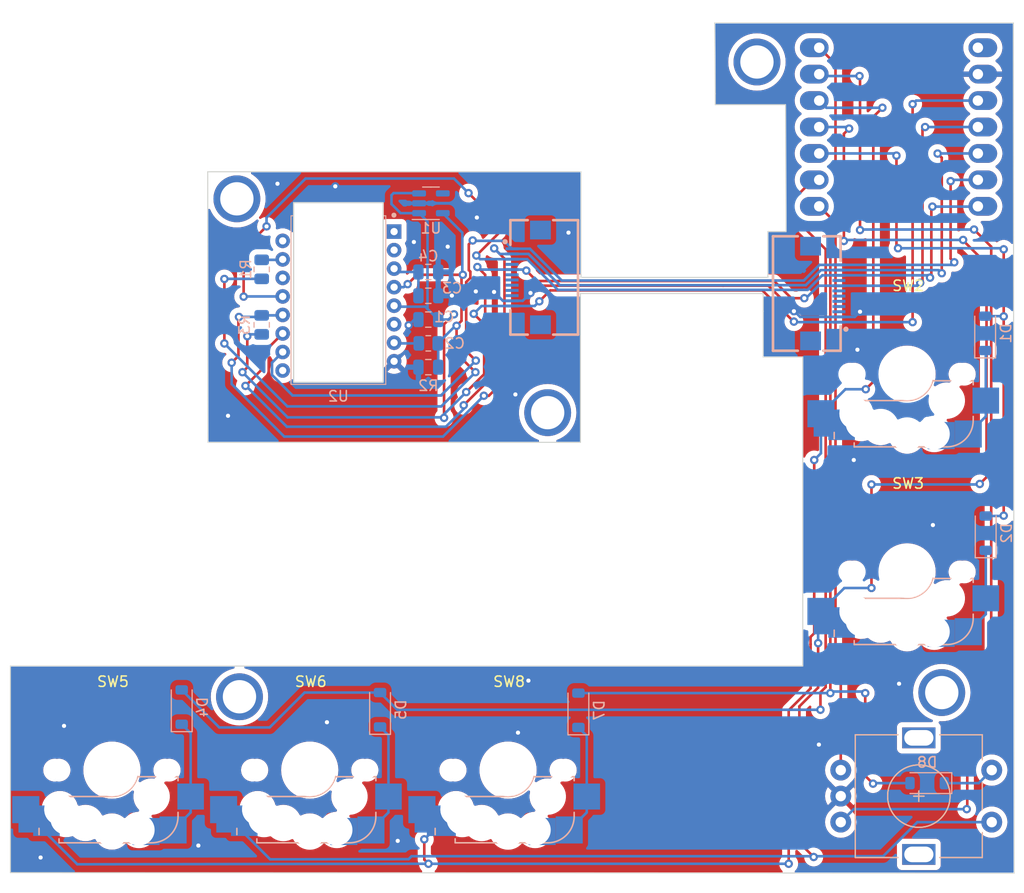
<source format=kicad_pcb>
(kicad_pcb (version 20221018) (generator pcbnew)
  (layers (0 "F.Cu" signal) (31 "B.Cu" signal) (34 "B.Paste" user) (35 "F.Paste" user) (36 "B.SilkS" user "B.Silkscreen") (37 "F.SilkS" user "F.Silkscreen") (38 "B.Mask" user) (39 "F.Mask" user) (44 "Edge.Cuts" user))
  (net 0 "")
  (net 1 "VCC")
  (net 2 "GND")
  (net 3 "VDD")
  (net 4 "Net-(U2-VDDPIX)")
  (net 5 "Net-(D1-K)")
  (net 6 "col0")
  (net 7 "Net-(D2-K)")
  (net 8 "Net-(D4-K)")
  (net 9 "col1")
  (net 10 "MOSI")
  (net 11 "NCS")
  (net 12 "MISO")
  (net 13 "SCLK")
  (net 14 "Net-(D5-K)")
  (net 15 "Net-(D7-K)")
  (net 16 "col2")
  (net 17 "Net-(D8-K)")
  (net 18 "ENC_L")
  (net 19 "ENC_R")
  (net 23 "row_1")
  (net 24 "row_0")
  (net 26 "Net-(U2-LED_P)")
  (net 27 "Net-(U2-~{NRESET})")
  (footprint "" (layer "F.Cu") (at 129.3 52.3)
    (fp_text reference "")
    (fp_text value "")
  )
  (footprint "Alaa:gateron-ks27-choc-v1-mx-hotswap" (layer "F.Cu") (at 193.67 69.15)
    (fp_text reference "SW2")
    (fp_text value "SW_Push")
  )
  (footprint "Alaa:RotaryEncoder_Alps_EC11E-Switch_Vertical_H20mm-keebio_modified" (layer "F.Cu") (at 194.8 109.7)
    (fp_text reference "SW1" hide)
    (fp_text value "Rotary_Encoder_Switch")
  )
  (footprint "Alaa:gateron-ks27-choc-v1-mx-hotswap" (layer "F.Cu") (at 136.3 107.2)
    (fp_text reference "SW6")
    (fp_text value "SW_Push")
  )
  (footprint "Alaa:gateron-ks27-choc-v1-mx-hotswap" (layer "F.Cu") (at 155.345 107.2)
    (fp_text reference "SW8")
    (fp_text value "SW_Push")
  )
  (footprint "Alaa:gateron-ks27-choc-v1-mx-hotswap" (layer "F.Cu") (at 117.3 107.2)
    (fp_text reference "SW5")
    (fp_text value "SW_Push")
  )
  (footprint "" (layer "F.Cu") (at 159.15 72.85)
    (fp_text reference "")
    (fp_text value "")
  )
  (footprint "" (layer "F.Cu") (at 110.55 100.15)
    (fp_text reference "")
    (fp_text value "")
  )
  (footprint "" (layer "F.Cu") (at 179.25 39.15)
    (fp_text reference "")
    (fp_text value "")
  )
  (footprint "Alaa:gateron-ks27-choc-v1-mx-hotswap" (layer "F.Cu") (at 193.67 88.15)
    (fp_text reference "SW3")
    (fp_text value "SW_Push")
  )
  (footprint "Alaa:xiao-ble-smd-cutout" (layer "F.Cu") (at 192.85 45.4)
    (fp_text reference "U3" hide)
    (fp_text value "xiao-ble" hide)
  )
  (footprint "" (layer "F.Cu") (at 197 99.75)
    (fp_text reference "")
    (fp_text value "")
  )
  (footprint "Resistor_SMD:R_0805_2012Metric" (layer "B.Cu") (at 131.684 59.078 90)
    (fp_text reference "R1")
    (fp_text value "39")
  )
  (footprint "Alaa:FPC-SMD_FPC05012-09200-.5mm-rev" (layer "B.Cu") (at 157.094 59.85 -90)
    (fp_text reference "J2" hide)
    (fp_text value "~" hide)
  )
  (footprint "Diode_SMD:D_SOD-123" (layer "B.Cu") (at 143.052 101.3968 90)
    (fp_text reference "D5")
    (fp_text value "1N4148")
  )
  (footprint "Alaa:PMW3360DM-T2QU" (layer "B.Cu") (at 139.05 61.11 -90)
    (fp_text reference "U2")
    (fp_text value "PMW3360DM-T2QU")
    (fp_rect (start -8.44 4.3) (end 8.82 -4.3) (stroke (width 0.12)) (fill none) (layer "Edge.Cuts"))
  )
  (footprint "Capacitor_SMD:C_0805_2012Metric" (layer "B.Cu") (at 147.686 63.904 180)
    (fp_text reference "C1")
    (fp_text value "0.1uF")
  )
  (footprint "Diode_SMD:D_SOD-123" (layer "B.Cu") (at 162.102 101.4476 90)
    (fp_text reference "D7")
    (fp_text value "1N4148")
  )
  (footprint "Diode_SMD:D_SOD-123" (layer "B.Cu") (at 124.002 101.1428 90)
    (fp_text reference "D4")
    (fp_text value "1N4148")
  )
  (footprint "Alaa:FPC-SMD_FPC05012-09200-.5mm-rev" (layer "B.Cu") (at 185.762 61.4 90)
    (fp_text reference "J1" hide)
    (fp_text value "~" hide)
  )
  (footprint "Capacitor_SMD:C_0805_2012Metric" (layer "B.Cu") (at 147.686 59.332)
    (fp_text reference "C3")
    (fp_text value "4.7uF")
  )
  (footprint "Resistor_SMD:R_0805_2012Metric" (layer "B.Cu") (at 147.686 66.19)
    (fp_text reference "R2")
    (fp_text value "10K")
  )
  (footprint "Diode_SMD:D_SOD-123" (layer "B.Cu") (at 195.6 108.45 180)
    (fp_text reference "D8")
    (fp_text value "1N4148")
  )
  (footprint "Diode_SMD:D_SOD-123" (layer "B.Cu") (at 201.2188 84.4296 90)
    (fp_text reference "D2")
    (fp_text value "1N4148")
  )
  (footprint "Resistor_SMD:R_0805_2012Metric" (layer "B.Cu") (at 131.684 64.412 -90)
    (fp_text reference "R3")
    (fp_text value "10K")
  )
  (footprint "Capacitor_SMD:C_0805_2012Metric" (layer "B.Cu") (at 147.686 68.476 180)
    (fp_text reference "C2")
    (fp_text value "1uF")
  )
  (footprint "Package_TO_SOT_SMD:SOT-23-5" (layer "B.Cu") (at 147.94 52.728)
    (fp_text reference "U1")
    (fp_text value "TCR2EF19,LM(CT")
  )
  (footprint "Diode_SMD:D_SOD-123" (layer "B.Cu") (at 201.168 65.2272 90)
    (fp_text reference "D1")
    (fp_text value "1N4148")
  )
  (footprint "Capacitor_SMD:C_0805_2012Metric" (layer "B.Cu") (at 147.686 61.618 180)
    (fp_text reference "C4")
    (fp_text value "0.1uF")
  )
  (gr_line (start 180.3 59.85) (end 180.3 55.45) (stroke (width 0.1)) (layer "Edge.Cuts"))
  (gr_line (start 203.875 35.4) (end 181.625 35.4) (stroke (width 0.1)) (layer "Edge.Cuts"))
  (gr_line (start 179.85 63.1) (end 179.85 67.5) (stroke (width 0.1)) (layer "Edge.Cuts"))
  (gr_line (start 175.25 43.25) (end 182 43.25) (stroke (width 0.1)) (layer "Edge.Cuts"))
  (gr_line (start 182 43.25) (end 182.05 55.45) (stroke (width 0.1)) (layer "Edge.Cuts"))
  (gr_line (start 183.65 67.5) (end 183.65 97.2) (stroke (width 0.1)) (layer "Edge.Cuts"))
  (gr_line (start 162.35 49.7) (end 162.35 59.85) (stroke (width 0.1)) (layer "Edge.Cuts"))
  (gr_line (start 126.525 75.7) (end 162.3 75.7) (stroke (width 0.1)) (layer "Edge.Cuts"))
  (gr_line (start 107.55 97.2) (end 107.55 117.05) (stroke (width 0.1)) (layer "Edge.Cuts"))
  (gr_line (start 175.25 42.2) (end 175.25 43.25) (stroke (width 0.1)) (layer "Edge.Cuts"))
  (gr_line (start 126.5 49.7) (end 162.35 49.7) (stroke (width 0.1)) (layer "Edge.Cuts"))
  (gr_line (start 180.3 55.45) (end 182.05 55.45) (stroke (width 0.1)) (layer "Edge.Cuts"))
  (gr_line (start 162.3 75.7) (end 162.3 61.4) (stroke (width 0.1)) (layer "Edge.Cuts"))
  (gr_line (start 126.5 49.7) (end 126.525 75.7) (stroke (width 0.1)) (layer "Edge.Cuts"))
  (gr_line (start 183.65 97.2) (end 107.55 97.2) (stroke (width 0.1)) (layer "Edge.Cuts"))
  (gr_line (start 162.35 59.85) (end 180.3 59.85) (stroke (width 0.1)) (layer "Edge.Cuts"))
  (gr_line (start 181.625 35.4) (end 175.2 35.4) (stroke (width 0.1)) (layer "Edge.Cuts"))
  (gr_line (start 203.875 35.4) (end 203.95 117.1) (stroke (width 0.1)) (layer "Edge.Cuts"))
  (gr_line (start 179.85 67.5) (end 183.65 67.5) (stroke (width 0.1)) (layer "Edge.Cuts"))
  (gr_line (start 175.2 35.4) (end 175.25 42.2) (stroke (width 0.1)) (layer "Edge.Cuts"))
  (gr_line (start 162.3 61.4) (end 179.85 61.4) (stroke (width 0.1)) (layer "Edge.Cuts"))
  (gr_line (start 203.95 117.1) (end 107.55 117.05) (stroke (width 0.1)) (layer "Edge.Cuts"))
  (gr_line (start 179.85 61.4) (end 179.85 63.1) (stroke (width 0.1)) (layer "Edge.Cuts"))
  (segment (start 130.3 68.5) (end 130.3 65.5) (width 0.25) (layer "F.Cu") (net 1))
  (segment (start 129.837701 68.962299) (end 130.3 68.5) (width 0.25) (layer "F.Cu") (net 1))
  (segment (start 159.4 61.1) (end 179.8 61.1) (width 0.25) (layer "F.Cu") (net 1))
  (segment (start 158.35 62.15) (end 159.4 61.1) (width 0.25) (layer "F.Cu") (net 1))
  (segment (start 152.05 63.35) (end 153.05 64.35) (width 0.25) (layer "F.Cu") (net 1))
  (segment (start 150.15 63.4) (end 149.2 64.35) (width 0.25) (layer "F.Cu") (net 1))
  (segment (start 179.8 61.125305) (end 182.774695 64.1) (width 0.25) (layer "F.Cu") (net 1))
  (segment (start 194.2 64.15) (end 194.2 43.2) (width 0.25) (layer "F.Cu") (net 1))
  (segment (start 153.05 64.35) (end 153.05 69.149198) (width 0.25) (layer "F.Cu") (net 1))
  (segment (start 153.05 69.149198) (end 151.324599 70.874599) (width 0.25) (layer "F.Cu") (net 1))
  (segment (start 149.2 64.35) (end 149.2 73.35) (width 0.25) (layer "F.Cu") (net 1))
  (segment (start 182.774695 64.1) (end 182.8 64.1) (width 0.25) (layer "F.Cu") (net 1))
  (segment (start 179.8 61.1) (end 179.8 61.125305) (width 0.25) (layer "F.Cu") (net 1))
  (via (at 182.8 64.1) (size 0.8) (drill 0.4) (layers "F.Cu" "B.Cu") (net 1))
  (via (at 194.2 64.15) (size 0.8) (drill 0.4) (layers "F.Cu" "B.Cu") (net 1))
  (via (at 194.2 43.2) (size 0.8) (drill 0.4) (layers "F.Cu" "B.Cu") (net 1))
  (via (at 149.2 73.35) (size 0.8) (drill 0.4) (layers "F.Cu" "B.Cu") (net 1))
  (via (at 150.15 63.4) (size 0.8) (drill 0.4) (layers "F.Cu" "B.Cu") (net 1))
  (via (at 152.05 63.35) (size 0.8) (drill 0.4) (layers "F.Cu" "B.Cu") (net 1))
  (via (at 158.35 62.15) (size 0.8) (drill 0.4) (layers "F.Cu" "B.Cu") (net 1))
  (via (at 151.324599 70.874599) (size 0.8) (drill 0.4) (layers "F.Cu" "B.Cu") (net 1))
  (via (at 129.837701 68.962299) (size 0.8) (drill 0.4) (layers "F.Cu" "B.Cu") (net 1))
  (via (at 130.3 65.5) (size 0.8) (drill 0.4) (layers "F.Cu" "B.Cu") (net 1))
  (segment (start 194.54 42.86) (end 194.2 43.2) (width 0.25) (layer "B.Cu") (net 1))
  (segment (start 134.175402 73.3) (end 148.899198 73.3) (width 0.25) (layer "B.Cu") (net 1))
  (segment (start 148.899198 73.3) (end 151.324599 70.874599) (width 0.25) (layer "B.Cu") (net 1))
  (segment (start 147.611 54.4865) (end 146.8025 53.678) (width 0.25) (layer "B.Cu") (net 1))
  (segment (start 145.028 53.678) (end 144.15 52.8) (width 0.25) (layer "B.Cu") (net 1))
  (segment (start 187.124 64.15) (end 182.85 64.15) (width 0.25) (layer "B.Cu") (net 1))
  (segment (start 147.4 62.668) (end 148.636 63.904) (width 0.25) (layer "B.Cu") (net 1))
  (segment (start 144.498 62.668) (end 147.4 62.668) (width 0.25) (layer "B.Cu") (net 1))
  (segment (start 146.8025 53.678) (end 145.028 53.678) (width 0.25) (layer "B.Cu") (net 1))
  (segment (start 157.9 62.6) (end 158.35 62.15) (width 0.25) (layer "B.Cu") (net 1))
  (segment (start 148.636 63.904) (end 147.611 62.879) (width 0.25) (layer "B.Cu") (net 1))
  (segment (start 131.684 65.3245) (end 130.4755 65.3245) (width 0.25) (layer "B.Cu") (net 1))
  (segment (start 147.611 62.879) (end 147.611 54.4865) (width 0.25) (layer "B.Cu") (net 1))
  (segment (start 144.15 52.8) (end 144.15 51.95) (width 0.25) (layer "B.Cu") (net 1))
  (segment (start 144.4 62.57) (end 144.498 62.668) (width 0.25) (layer "B.Cu") (net 1))
  (segment (start 155.732 62.6) (end 157.9 62.6) (width 0.25) (layer "B.Cu") (net 1))
  (segment (start 144.15 51.95) (end 144.35 51.75) (width 0.25) (layer "B.Cu") (net 1))
  (segment (start 155.732 62.6) (end 152.8 62.6) (width 0.25) (layer "B.Cu") (net 1))
  (segment (start 152.8 62.6) (end 152.05 63.35) (width 0.25) (layer "B.Cu") (net 1))
  (segment (start 146.7745 51.75) (end 146.8025 51.778) (width 0.25) (layer "B.Cu") (net 1))
  (segment (start 182.85 64.15) (end 182.8 64.1) (width 0.25) (layer "B.Cu") (net 1))
  (segment (start 149.646 63.904) (end 150.15 63.4) (width 0.25) (layer "B.Cu") (net 1))
  (segment (start 129.837701 68.962299) (end 134.175402 73.3) (width 0.25) (layer "B.Cu") (net 1))
  (segment (start 200.47 42.86) (end 194.54 42.86) (width 0.25) (layer "B.Cu") (net 1))
  (segment (start 144.35 51.75) (end 146.7745 51.75) (width 0.25) (layer "B.Cu") (net 1))
  (segment (start 130.4755 65.3245) (end 130.3 65.5) (width 0.25) (layer "B.Cu") (net 1))
  (segment (start 187.124 64.15) (end 194.2 64.15) (width 0.25) (layer "B.Cu") (net 1))
  (segment (start 148.636 63.904) (end 149.646 63.904) (width 0.25) (layer "B.Cu") (net 1))
  (segment (start 182.8 63.1) (end 180.6 60.9) (width 0.25) (layer "F.Cu") (net 2))
  (segment (start 180.35 60.65) (end 176 60.65) (width 0.25) (layer "F.Cu") (net 2))
  (segment (start 176 60.65) (end 158.2 60.65) (width 0.25) (layer "F.Cu") (net 2))
  (segment (start 180.6 60.9) (end 180.35 60.65) (width 0.25) (layer "F.Cu") (net 2))
  (segment (start 158.2 60.65) (end 157.5 61.35) (width 0.25) (layer "F.Cu") (net 2))
  (via (at 185.2 104.75) (size 0.8) (drill 0.4) (layers "F.Cu" "B.Cu") (net 2))
  (via (at 125.6 114.45) (size 0.8) (drill 0.4) (layers "F.Cu" "B.Cu") (net 2))
  (via (at 157.5 61.35) (size 0.8) (drill 0.4) (layers "F.Cu" "B.Cu") (net 2))
  (via (at 182.8 63.1) (size 0.8) (drill 0.4) (layers "F.Cu" "B.Cu") (net 2))
  (via (at 146.3 56.45) (size 0.8) (drill 0.4) (layers "F.Cu" "B.Cu") (net 2))
  (via (at 137.95 102.6) (size 0.8) (drill 0.4) (layers "F.Cu" "B.Cu") (net 2))
  (via (at 188.9 66.8) (size 0.8) (drill 0.4) (layers "F.Cu" "B.Cu") (net 2))
  (via (at 196.15 83.65) (size 0.8) (drill 0.4) (layers "F.Cu" "B.Cu") (net 2))
  (via (at 152.35 54.1) (size 0.8) (drill 0.4) (layers "F.Cu" "B.Cu") (net 2))
  (via (at 156.3 103.6) (size 0.8) (drill 0.4) (layers "F.Cu" "B.Cu") (net 2))
  (via (at 161.15 55.55) (size 0.8) (drill 0.4) (layers "F.Cu" "B.Cu") (net 2))
  (via (at 149.95 61.6) (size 0.8) (drill 0.4) (layers "F.Cu" "B.Cu") (net 2))
  (via (at 156.05 71.1) (size 0.8) (drill 0.4) (layers "F.Cu" "B.Cu") (net 2))
  (via (at 154 61.25) (size 0.8) (drill 0.4) (layers "F.Cu" "B.Cu") (net 2))
  (via (at 144.75 114) (size 0.8) (drill 0.4) (layers "F.Cu" "B.Cu") (net 2))
  (via (at 128.45 73.15) (size 0.8) (drill 0.4) (layers "F.Cu" "B.Cu") (net 2))
  (via (at 192.9 98.9) (size 0.8) (drill 0.4) (layers "F.Cu" "B.Cu") (net 2))
  (via (at 157.3 98.6) (size 0.8) (drill 0.4) (layers "F.Cu" "B.Cu") (net 2))
  (via (at 133.2 50.85) (size 0.8) (drill 0.4) (layers "F.Cu" "B.Cu") (net 2))
  (via (at 138.75 51.1) (size 0.8) (drill 0.4) (layers "F.Cu" "B.Cu") (net 2))
  (via (at 189.15 63.15) (size 0.8) (drill 0.4) (layers "F.Cu" "B.Cu") (net 2))
  (via (at 110.45 115.6) (size 0.8) (drill 0.4) (layers "F.Cu" "B.Cu") (net 2))
  (via (at 152.25 61.2) (size 0.8) (drill 0.4) (layers "F.Cu" "B.Cu") (net 2))
  (via (at 145.8 64.45) (size 0.8) (drill 0.4) (layers "F.Cu" "B.Cu") (net 2))
  (via (at 112.7 102.95) (size 0.8) (drill 0.4) (layers "F.Cu" "B.Cu") (net 2))
  (via (at 149.55 56.9) (size 0.8) (drill 0.4) (layers "F.Cu" "B.Cu") (net 2))
  (via (at 188.55 77.4) (size 0.8) (drill 0.4) (layers "F.Cu" "B.Cu") (net 2))
  (segment (start 149.932 61.618) (end 149.95 61.6) (width 0.25) (layer "B.Cu") (net 2))
  (segment (start 187.124 63.65) (end 188.65 63.65) (width 0.25) (layer "B.Cu") (net 2))
  (segment (start 183.4 63.65) (end 182.85 63.1) (width 0.25) (layer "B.Cu") (net 2))
  (segment (start 188.65 63.65) (end 189.15 63.15) (width 0.25) (layer "B.Cu") (net 2))
  (segment (start 189.15 63.15) (end 189.1 63.2) (width 0.25) (layer "B.Cu") (net 2))
  (segment (start 182.85 63.1) (end 182.8 63.1) (width 0.25) (layer "B.Cu") (net 2))
  (segment (start 183.75 59.3) (end 183.85 59.2) (width 0.25) (layer "B.Cu") (net 2))
  (segment (start 155.732 62.1) (end 154.85 62.1) (width 0.25) (layer "B.Cu") (net 2))
  (segment (start 183.75 59.3) (end 183.6 59.15) (width 0.25) (layer "B.Cu") (net 2))
  (segment (start 145.8 64.45) (end 146.346 63.904) (width 0.25) (layer "B.Cu") (net 2))
  (segment (start 148.636 61.618) (end 149.932 61.618) (width 0.25) (layer "B.Cu") (net 2))
  (segment (start 155.732 62.1) (end 156.75 62.1) (width 0.25) (layer "B.Cu") (net 2))
  (segment (start 156.75 62.1) (end 157.5 61.35) (width 0.25) (layer "B.Cu") (net 2))
  (segment (start 182.8 63.1) (end 182.8 63.05) (width 0.25) (layer "B.Cu") (net 2))
  (segment (start 187.124 63.65) (end 183.4 63.65) (width 0.25) (layer "B.Cu") (net 2))
  (segment (start 182.8 63.05) (end 182.9 63.15) (width 0.25) (layer "B.Cu") (net 2))
  (segment (start 154.85 62.1) (end 154 61.25) (width 0.25) (layer "B.Cu") (net 2))
  (segment (start 146.346 63.904) (end 146.736 63.904) (width 0.25) (layer "B.Cu") (net 2))
  (segment (start 128.1 66.2) (end 128.1 60) (width 0.25) (layer "F.Cu") (net 3))
  (segment (start 150.4 64.5) (end 150.875 64.025) (width 0.25) (layer "F.Cu") (net 3))
  (segment (start 146.6 59.6) (end 150.9 59.6) (width 0.25) (layer "F.Cu") (net 3))
  (segment (start 152.212299 68.962299) (end 150.4 67.15) (width 0.25) (layer "F.Cu") (net 3))
  (segment (start 145.7 60.5) (end 146.6 59.6) (width 0.25) (layer "F.Cu") (net 3))
  (segment (start 150.875 64.025) (end 150.875 59.725) (width 0.25) (layer "F.Cu") (net 3))
  (segment (start 150.4 67.15) (end 150.4 64.5) (width 0.25) (layer "F.Cu") (net 3))
  (segment (start 150.875 59.725) (end 151 59.6) (width 0.25) (layer "F.Cu") (net 3))
  (via (at 128.1 60) (size 0.8) (drill 0.4) (layers "F.Cu" "B.Cu") (net 3))
  (via (at 145.7 60.5) (size 0.8) (drill 0.4) (layers "F.Cu" "B.Cu") (net 3))
  (via (at 128.1 66.2) (size 0.8) (drill 0.4) (layers "F.Cu" "B.Cu") (net 3))
  (via (at 150.4 64.5) (size 0.8) (drill 0.4) (layers "F.Cu" "B.Cu") (net 3))
  (via (at 152.212299 68.962299) (size 0.8) (drill 0.4) (layers "F.Cu" "B.Cu") (net 3))
  (via (at 151 59.6) (size 0.8) (drill 0.4) (layers "F.Cu" "B.Cu") (net 3))
  (segment (start 150.2885 64.5) (end 148.5985 66.19) (width 0.25) (layer "B.Cu") (net 3))
  (segment (start 134.15 72.25) (end 148.924598 72.25) (width 0.25) (layer "B.Cu") (net 3))
  (segment (start 128.1 66.2) (end 134.15 72.25) (width 0.25) (layer "B.Cu") (net 3))
  (segment (start 150.95 55.55) (end 150.95 59.55) (width 0.25) (layer "B.Cu") (net 3))
  (segment (start 148.636 68.476) (end 148.636 66.2275) (width 0.25) (layer "B.Cu") (net 3))
  (segment (start 128.1095 59.9905) (end 128.1 60) (width 0.25) (layer "B.Cu") (net 3))
  (segment (start 150.4 64.5) (end 150.2885 64.5) (width 0.25) (layer "B.Cu") (net 3))
  (segment (start 131.684 59.9905) (end 128.1095 59.9905) (width 0.25) (layer "B.Cu") (net 3))
  (segment (start 148.636 66.2275) (end 148.5985 66.19) (width 0.25) (layer "B.Cu") (net 3))
  (segment (start 149.461 54.0615) (end 149.4615 54.0615) (width 0.25) (layer "B.Cu") (net 3))
  (segment (start 145.31 60.79) (end 145.7 60.5) (width 0.25) (layer "B.Cu") (net 3))
  (segment (start 149.0775 53.678) (end 149.461 54.0615) (width 0.25) (layer "B.Cu") (net 3))
  (segment (start 148.924598 72.25) (end 152.212299 68.962299) (width 0.25) (layer "B.Cu") (net 3))
  (segment (start 149.4615 54.0615) (end 150.95 55.55) (width 0.25) (layer "B.Cu") (net 3))
  (segment (start 144.4 60.79) (end 145.31 60.79) (width 0.25) (layer "B.Cu") (net 3))
  (segment (start 150.95 59.55) (end 151 59.6) (width 0.25) (layer "B.Cu") (net 3))
  (segment (start 144.722 59.332) (end 144.4 59.01) (width 0.25) (layer "B.Cu") (net 4))
  (segment (start 146.736 59.332) (end 144.722 59.332) (width 0.25) (layer "B.Cu") (net 4))
  (segment (start 146.736 61.618) (end 146.736 59.332) (width 0.25) (layer "B.Cu") (net 4))
  (segment (start 201.23 66.9392) (end 201.23 71.69) (width 0.25) (layer "B.Cu") (net 5))
  (segment (start 201.23 71.69) (end 201.23 73.215) (width 0.25) (layer "B.Cu") (net 5))
  (segment (start 201.23 73.215) (end 199.545 74.9) (width 0.25) (layer "B.Cu") (net 5))
  (segment (start 201.168 66.8772) (end 201.23 66.9392) (width 0.25) (layer "B.Cu") (net 5))
  (segment (start 192.65 56.9) (end 192.8 57.05) (width 0.25) (layer "F.Cu") (net 6))
  (segment (start 202.95 63.6) (end 202.95 82.7) (width 0.25) (layer "F.Cu") (net 6))
  (segment (start 202.95 57.15) (end 202.95 63.6) (width 0.25) (layer "F.Cu") (net 6))
  (segment (start 192.65 48.15) (end 192.65 56.9) (width 0.25) (layer "F.Cu") (net 6))
  (segment (start 202.95 82.7) (end 202.9 82.75) (width 0.25) (layer "F.Cu") (net 6))
  (via (at 192.8 57.05) (size 0.8) (drill 0.4) (layers "F.Cu" "B.Cu") (net 6))
  (via (at 202.95 57.15) (size 0.8) (drill 0.4) (layers "F.Cu" "B.Cu") (net 6))
  (via (at 202.95 82.75) (size 0.8) (drill 0.4) (layers "F.Cu" "B.Cu") (net 6))
  (via (at 192.65 48.15) (size 0.8) (drill 0.4) (layers "F.Cu" "B.Cu") (net 6))
  (via (at 202.95 63.6) (size 0.8) (drill 0.4) (layers "F.Cu" "B.Cu") (net 6))
  (segment (start 201.168 63.5772) (end 202.9272 63.5772) (width 0.25) (layer "B.Cu") (net 6))
  (segment (start 202.9204 82.7796) (end 202.95 82.75) (width 0.25) (layer "B.Cu") (net 6))
  (segment (start 192.8 57.05) (end 202.85 57.05) (width 0.25) (layer "B.Cu") (net 6))
  (segment (start 201.2188 82.7796) (end 202.9204 82.7796) (width 0.25) (layer "B.Cu") (net 6))
  (segment (start 192.44 47.94) (end 192.65 48.15) (width 0.25) (layer "B.Cu") (net 6))
  (segment (start 185.23 47.94) (end 192.44 47.94) (width 0.25) (layer "B.Cu") (net 6))
  (segment (start 202.9272 63.5772) (end 202.95 63.6) (width 0.25) (layer "B.Cu") (net 6))
  (segment (start 202.85 57.05) (end 202.95 57.15) (width 0.25) (layer "B.Cu") (net 6))
  (segment (start 201.23 92.215) (end 199.545 93.9) (width 0.25) (layer "B.Cu") (net 7))
  (segment (start 201.23 90.69) (end 201.23 92.215) (width 0.25) (layer "B.Cu") (net 7))
  (segment (start 201.23 86.0908) (end 201.2188 86.0796) (width 0.25) (layer "B.Cu") (net 7))
  (segment (start 201.23 90.69) (end 201.23 86.0908) (width 0.25) (layer "B.Cu") (net 7))
  (segment (start 124.86 103.6508) (end 124.86 109.74) (width 0.25) (layer "B.Cu") (net 8))
  (segment (start 124.002 102.7928) (end 124.86 103.6508) (width 0.25) (layer "B.Cu") (net 8))
  (segment (start 124.86 111.265) (end 123.175 112.95) (width 0.25) (layer "B.Cu") (net 8))
  (segment (start 124.86 109.74) (end 124.86 111.265) (width 0.25) (layer "B.Cu") (net 8))
  (segment (start 185.85 99.224695) (end 185.85 57.15) (width 0.25) (layer "F.Cu") (net 9))
  (segment (start 182.5 52.6) (end 184.62 50.48) (width 0.25) (layer "F.Cu") (net 9))
  (segment (start 185.35 99.724695) (end 185.85 99.224695) (width 0.25) (layer "F.Cu") (net 9))
  (segment (start 182.5 53.8) (end 182.5 52.6) (width 0.25) (layer "F.Cu") (net 9))
  (segment (start 184.62 50.48) (end 185.23 50.48) (width 0.25) (layer "F.Cu") (net 9))
  (segment (start 185.85 57.15) (end 182.5 53.8) (width 0.25) (layer "F.Cu") (net 9))
  (segment (start 185.35 101.4) (end 185.35 99.724695) (width 0.25) (layer "F.Cu") (net 9))
  (via (at 185.35 101.4) (size 0.8) (drill 0.4) (layers "F.Cu" "B.Cu") (net 9))
  (segment (start 127.6092 103.1) (end 124.002 99.4928) (width 0.25) (layer "B.Cu") (net 9))
  (segment (start 185.35 101.4) (end 144.7052 101.4) (width 0.25) (layer "B.Cu") (net 9))
  (segment (start 143.052 99.7468) (end 135.8032 99.7468) (width 0.25) (layer "B.Cu") (net 9))
  (segment (start 132.45 103.1) (end 127.6092 103.1) (width 0.25) (layer "B.Cu") (net 9))
  (segment (start 144.7052 101.4) (end 143.052 99.7468) (width 0.25) (layer "B.Cu") (net 9))
  (segment (start 135.8032 99.7468) (end 132.45 103.1) (width 0.25) (layer "B.Cu") (net 9))
  (segment (start 153.5 64.163604) (end 153.5 69.723796) (width 0.25) (layer "F.Cu") (net 10))
  (segment (start 180.9 60.2) (end 158.1 60.2) (width 0.25) (layer "F.Cu") (net 10))
  (segment (start 194.925 60.375) (end 195.15 60.15) (width 0.25) (layer "F.Cu") (net 10))
  (segment (start 158.1 60.2) (end 157.1 59.2) (width 0.25) (layer "F.Cu") (net 10))
  (segment (start 153.15 63.813604) (end 153.5 64.163604) (width 0.25) (layer "F.Cu") (net 10))
  (segment (start 182.55 61.85) (end 180.9 60.2) (width 0.25) (layer "F.Cu") (net 10))
  (segment (start 131.6 67.34) (end 133.7 65.24) (width 0.25) (layer "F.Cu") (net 10))
  (segment (start 153.5 69.723796) (end 151.086898 72.136898) (width 0.25) (layer "F.Cu") (net 10))
  (segment (start 195.15 45.65) (end 195.4 45.4) (width 0.25) (layer "F.Cu") (net 10))
  (segment (start 130.125401 70.274599) (end 131.6 68.8) (width 0.25) (layer "F.Cu") (net 10))
  (segment (start 153.15 59.6) (end 153.15 63.813604) (width 0.25) (layer "F.Cu") (net 10))
  (segment (start 183.8 61.85) (end 182.55 61.85) (width 0.25) (layer "F.Cu") (net 10))
  (segment (start 131.6 68.8) (end 131.6 67.34) (width 0.25) (layer "F.Cu") (net 10))
  (segment (start 195.15 60.15) (end 195.15 45.65) (width 0.25) (layer "F.Cu") (net 10))
  (segment (start 152.4 58.85) (end 153.15 59.6) (width 0.25) (layer "F.Cu") (net 10))
  (via (at 130.125401 70.274599) (size 0.8) (drill 0.4) (layers "F.Cu" "B.Cu") (net 10))
  (via (at 152.4 58.85) (size 0.8) (drill 0.4) (layers "F.Cu" "B.Cu") (net 10))
  (via (at 195.4 45.4) (size 0.8) (drill 0.4) (layers "F.Cu" "B.Cu") (net 10))
  (via (at 151.086898 72.136898) (size 0.8) (drill 0.4) (layers "F.Cu" "B.Cu") (net 10))
  (via (at 194.925 60.375) (size 0.8) (drill 0.4) (layers "F.Cu" "B.Cu") (net 10))
  (via (at 183.8 61.85) (size 0.8) (drill 0.4) (layers "F.Cu" "B.Cu") (net 10))
  (via (at 157.1 59.2) (size 0.8) (drill 0.4) (layers "F.Cu" "B.Cu") (net 10))
  (segment (start 155.732 59.1) (end 157 59.1) (width 0.25) (layer "B.Cu") (net 10))
  (segment (start 187.124 60.65) (end 185.159188 60.65) (width 0.25) (layer "B.Cu") (net 10))
  (segment (start 149.375305 74.2) (end 151.086898 72.488407) (width 0.25) (layer "B.Cu") (net 10))
  (segment (start 185.159188 60.65) (end 183.959188 61.85) (width 0.25) (layer "B.Cu") (net 10))
  (segment (start 183.959188 61.85) (end 183.8 61.85) (width 0.25) (layer "B.Cu") (net 10))
  (segment (start 157 59.1) (end 157.1 59.2) (width 0.25) (layer "B.Cu") (net 10))
  (segment (start 152.65 59.1) (end 152.4 58.85) (width 0.25) (layer "B.Cu") (net 10))
  (segment (start 151.086898 72.488407) (end 151.086898 72.136898) (width 0.25) (layer "B.Cu") (net 10))
  (segment (start 187.124 60.65) (end 194.65 60.65) (width 0.25) (layer "B.Cu") (net 10))
  (segment (start 130.125401 70.274599) (end 130.174599 70.274599) (width 0.25) (layer "B.Cu") (net 10))
  (segment (start 130.174599 70.274599) (end 134.1 74.2) (width 0.25) (layer "B.Cu") (net 10))
  (segment (start 134.1 74.2) (end 149.375305 74.2) (width 0.25) (layer "B.Cu") (net 10))
  (segment (start 194.65 60.65) (end 194.925 60.375) (width 0.25) (layer "B.Cu") (net 10))
  (segment (start 155.732 59.1) (end 152.65 59.1) (width 0.25) (layer "B.Cu") (net 10))
  (segment (start 200.47 45.4) (end 195.4 45.4) (width 0.25) (layer "B.Cu") (net 10))
  (segment (start 196 59.749) (end 196 53.15) (width 0.25) (layer "F.Cu") (net 11))
  (segment (start 154.5 54.7) (end 151.55 51.75) (width 0.25) (layer "F.Cu") (net 11))
  (segment (start 152.3 57.75) (end 154.5 55.55) (width 0.25) (layer "F.Cu") (net 11))
  (segment (start 154.5 55.55) (end 154.5 54.7) (width 0.25) (layer "F.Cu") (net 11))
  (segment (start 132.15 54.95) (end 129.95 57.15) (width 0.25) (layer "F.Cu") (net 11))
  (segment (start 196 53.15) (end 196.1 53.05) (width 0.25) (layer "F.Cu") (net 11))
  (segment (start 195.8745 59.8745) (end 196 59.749) (width 0.25) (layer "F.Cu") (net 11))
  (segment (start 129.95 57.15) (end 129.95 61.7) (width 0.25) (layer "F.Cu") (net 11))
  (via (at 196.1 53.05) (size 0.8) (drill 0.4) (layers "F.Cu" "B.Cu") (net 11))
  (via (at 132.15 54.95) (size 0.8) (drill 0.4) (layers "F.Cu" "B.Cu") (net 11))
  (via (at 195.8745 59.8745) (size 0.8) (drill 0.4) (layers "F.Cu" "B.Cu") (net 11))
  (via (at 129.95 61.7) (size 0.8) (drill 0.4) (layers "F.Cu" "B.Cu") (net 11))
  (via (at 151.55 51.75) (size 0.8) (drill 0.4) (layers "F.Cu" "B.Cu") (net 11))
  (via (at 152.3 57.75) (size 0.8) (drill 0.4) (layers "F.Cu" "B.Cu") (net 11))
  (segment (start 135.9 50.35) (end 150.15 50.35) (width 0.25) (layer "B.Cu") (net 11))
  (segment (start 132.15 54.95) (end 132.15 54.1) (width 0.25) (layer "B.Cu") (net 11))
  (segment (start 184.122792 61.05) (end 160.127208 61.05) (width 0.25) (layer "B.Cu") (net 11))
  (segment (start 129.95 61.7) (end 129.97 61.68) (width 0.25) (layer "B.Cu") (net 11))
  (segment (start 150.15 50.35) (end 151.55 51.75) (width 0.25) (layer "B.Cu") (net 11))
  (segment (start 187.124 59.65) (end 195.65 59.65) (width 0.25) (layer "B.Cu") (net 11))
  (segment (start 129.97 61.68) (end 133.7 61.68) (width 0.25) (layer "B.Cu") (net 11))
  (segment (start 195.65 59.65) (end 195.8745 59.8745) (width 0.25) (layer "B.Cu") (net 11))
  (segment (start 157.177208 58.1) (end 155.732 58.1) (width 0.25) (layer "B.Cu") (net 11))
  (segment (start 187.124 59.65) (end 185.522792 59.65) (width 0.25) (layer "B.Cu") (net 11))
  (segment (start 185.522792 59.65) (end 184.122792 61.05) (width 0.25) (layer "B.Cu") (net 11))
  (segment (start 152.65 58.1) (end 152.3 57.75) (width 0.25) (layer "B.Cu") (net 11))
  (segment (start 196.1 53.05) (end 200.44 53.05) (width 0.25) (layer "B.Cu") (net 11))
  (segment (start 132.15 54.1) (end 135.9 50.35) (width 0.25) (layer "B.Cu") (net 11))
  (segment (start 200.44 53.05) (end 200.47 53.02) (width 0.25) (layer "B.Cu") (net 11))
  (segment (start 155.732 58.1) (end 152.65 58.1) (width 0.25) (layer "B.Cu") (net 11))
  (segment (start 160.127208 61.05) (end 157.177208 58.1) (width 0.25) (layer "B.Cu") (net 11))
  (segment (start 197 59.45) (end 197 48.35) (width 0.25) (layer "F.Cu") (net 12))
  (segment (start 155 58.05) (end 155 69.725305) (width 0.25) (layer "F.Cu") (net 12))
  (segment (start 153.501108 71.224197) (end 153.024197 71.224197) (width 0.25) (layer "F.Cu") (net 12))
  (segment (start 129.45 63.7) (end 129.5 63.65) (width 0.25) (layer "F.Cu") (net 12))
  (segment (start 155 69.725305) (end 153.501108 71.224197) (width 0.25) (layer "F.Cu") (net 12))
  (segment (start 197 48.35) (end 196.6 47.95) (width 0.25) (layer "F.Cu") (net 12))
  (segment (start 154.012299 57.062299) (end 155 58.05) (width 0.25) (layer "F.Cu") (net 12))
  (segment (start 128.8 68.05) (end 129.45 67.4) (width 0.25) (layer "F.Cu") (net 12))
  (segment (start 129.45 67.4) (end 129.45 63.7) (width 0.25) (layer "F.Cu") (net 12))
  (via (at 154.012299 57.062299) (size 0.8) (drill 0.4) (layers "F.Cu" "B.Cu") (net 12))
  (via (at 128.8 68.05) (size 0.8) (drill 0.4) (layers "F.Cu" "B.Cu") (net 12))
  (via (at 153.024197 71.224197) (size 0.8) (drill 0.4) (layers "F.Cu" "B.Cu") (net 12))
  (via (at 196.6 47.95) (size 0.8) (drill 0.4) (layers "F.Cu" "B.Cu") (net 12))
  (via (at 197 59.45) (size 0.8) (drill 0.4) (layers "F.Cu" "B.Cu") (net 12))
  (via (at 129.5 63.65) (size 0.8) (drill 0.4) (layers "F.Cu" "B.Cu") (net 12))
  (segment (start 128.8 70.1) (end 133.85 75.15) (width 0.25) (layer "B.Cu") (net 12))
  (segment (start 155.732 57.6) (end 154.55 57.6) (width 0.25) (layer "B.Cu") (net 12))
  (segment (start 154.55 57.6) (end 154.012299 57.062299) (width 0.25) (layer "B.Cu") (net 12))
  (segment (start 183.936396 60.6) (end 185.386396 59.15) (width 0.25) (layer "B.Cu") (net 12))
  (segment (start 200.47 47.94) (end 196.61 47.94) (width 0.25) (layer "B.Cu") (net 12))
  (segment (start 131.5335 63.65) (end 131.684 63.4995) (width 0.25) (layer "B.Cu") (net 12))
  (segment (start 149.098394 75.15) (end 153.024197 71.224197) (width 0.25) (layer "B.Cu") (net 12))
  (segment (start 133.85 75.15) (end 149.098394 75.15) (width 0.25) (layer "B.Cu") (net 12))
  (segment (start 185.386396 59.15) (end 187.124 59.15) (width 0.25) (layer "B.Cu") (net 12))
  (segment (start 155.732 57.6) (end 157.313604 57.6) (width 0.25) (layer "B.Cu") (net 12))
  (segment (start 129.5 63.65) (end 131.5335 63.65) (width 0.25) (layer "B.Cu") (net 12))
  (segment (start 133.6605 63.4995) (end 133.7 63.46) (width 0.25) (layer "B.Cu") (net 12))
  (segment (start 131.684 63.4995) (end 133.6605 63.4995) (width 0.25) (layer "B.Cu") (net 12))
  (segment (start 157.313604 57.6) (end 160.313604 60.6) (width 0.25) (layer "B.Cu") (net 12))
  (segment (start 187.124 59.15) (end 196.7 59.15) (width 0.25) (layer "B.Cu") (net 12))
  (segment (start 196.7 59.15) (end 197 59.45) (width 0.25) (layer "B.Cu") (net 12))
  (segment (start 160.313604 60.6) (end 183.936396 60.6) (width 0.25) (layer "B.Cu") (net 12))
  (segment (start 128.8 68.05) (end 128.8 70.1) (width 0.25) (layer "B.Cu") (net 12))
  (segment (start 196.61 47.94) (end 196.6 47.95) (width 0.25) (layer "B.Cu") (net 12))
  (segment (start 198.2 58.4) (end 197.85 58.05) (width 0.25) (layer "F.Cu") (net 13))
  (segment (start 151.725 59.299695) (end 151.725 59.900305) (width 0.25) (layer "F.Cu") (net 13))
  (segment (start 151.325 66.925) (end 152.25 67.85) (width 0.25) (layer "F.Cu") (net 13))
  (segment (start 151.725 59.900305) (end 151.325 60.300305) (width 0.25) (layer "F.Cu") (net 13))
  (segment (start 151.325 60.300305) (end 151.325 66.925) (width 0.25) (layer "F.Cu") (net 13))
  (segment (start 151.95 56.3) (end 151.575 56.675) (width 0.25) (layer "F.Cu") (net 13))
  (segment (start 197.85 58.05) (end 197.85 50.6) (width 0.25) (layer "F.Cu") (net 13))
  (segment (start 151.575 59.149695) (end 151.725 59.299695) (width 0.25) (layer "F.Cu") (net 13))
  (segment (start 151.575 56.675) (end 151.575 59.149695) (width 0.25) (layer "F.Cu") (net 13))
  (via (at 152.25 67.85) (size 0.8) (drill 0.4) (layers "F.Cu" "B.Cu") (net 13))
  (via (at 198.2 58.4) (size 0.8) (drill 0.4) (layers "F.Cu" "B.Cu") (net 13))
  (via (at 197.85 50.6) (size 0.8) (drill 0.4) (layers "F.Cu" "B.Cu") (net 13))
  (via (at 151.95 56.3) (size 0.8) (drill 0.4) (layers "F.Cu" "B.Cu") (net 13))
  (segment (start 157.45 57.1) (end 155.732 57.1) (width 0.25) (layer "B.Cu") (net 13))
  (segment (start 197.97 50.48) (end 197.85 50.6) (width 0.25) (layer "B.Cu") (net 13))
  (segment (start 151.987299 56.337299) (end 151.95 56.3) (width 0.25) (layer "B.Cu") (net 13))
  (segment (start 132.675 68.045) (end 133.7 67.02) (width 0.25) (layer "B.Cu") (net 13))
  (segment (start 197.95 58.65) (end 198.2 58.4) (width 0.25) (layer "B.Cu") (net 13))
  (segment (start 134.650431 71.2) (end 132.675 69.224569) (width 0.25) (layer "B.Cu") (net 13))
  (segment (start 154.969299 56.337299) (end 151.987299 56.337299) (width 0.25) (layer "B.Cu") (net 13))
  (segment (start 132.675 69.224569) (end 132.675 68.045) (width 0.25) (layer "B.Cu") (net 13))
  (segment (start 187.124 58.65) (end 197.95 58.65) (width 0.25) (layer "B.Cu") (net 13))
  (segment (start 185.25 58.65) (end 183.75 60.15) (width 0.25) (layer "B.Cu") (net 13))
  (segment (start 148.9 71.2) (end 147.5 71.2) (width 0.25) (layer "B.Cu") (net 13))
  (segment (start 183.75 60.15) (end 160.5 60.15) (width 0.25) (layer "B.Cu") (net 13))
  (segment (start 148.95 71.2) (end 147.5 71.2) (width 0.25) (layer "B.Cu") (net 13))
  (segment (start 200.47 50.48) (end 197.97 50.48) (width 0.25) (layer "B.Cu") (net 13))
  (segment (start 152.25 67.85) (end 148.9 71.2) (width 0.25) (layer "B.Cu") (net 13))
  (segment (start 155.732 57.1) (end 154.969299 56.337299) (width 0.25) (layer "B.Cu") (net 13))
  (segment (start 147.5 71.2) (end 134.650431 71.2) (width 0.25) (layer "B.Cu") (net 13))
  (segment (start 160.5 60.15) (end 157.45 57.1) (width 0.25) (layer "B.Cu") (net 13))
  (segment (start 187.124 58.65) (end 185.25 58.65) (width 0.25) (layer "B.Cu") (net 13))
  (segment (start 143.86 111.265) (end 142.175 112.95) (width 0.25) (layer "B.Cu") (net 14))
  (segment (start 143.86 109.74) (end 143.86 111.265) (width 0.25) (layer "B.Cu") (net 14))
  (segment (start 143.86 103.8548) (end 143.86 109.74) (width 0.25) (layer "B.Cu") (net 14))
  (segment (start 143.052 103.0468) (end 143.86 103.8548) (width 0.25) (layer "B.Cu") (net 14))
  (segment (start 162.102 103.0976) (end 162.905 103.9006) (width 0.25) (layer "B.Cu") (net 15))
  (segment (start 162.905 109.74) (end 162.905 111.265) (width 0.25) (layer "B.Cu") (net 15))
  (segment (start 162.905 103.9006) (end 162.905 109.74) (width 0.25) (layer "B.Cu") (net 15))
  (segment (start 162.905 111.265) (end 161.22 112.95) (width 0.25) (layer "B.Cu") (net 15))
  (segment (start 186.3 54.09) (end 185.23 53.02) (width 0.25) (layer "F.Cu") (net 16))
  (segment (start 189.65 107.75) (end 189.65 99.8) (width 0.25) (layer "F.Cu") (net 16))
  (segment (start 186.3 99.8) (end 186.3 54.09) (width 0.25) (layer "F.Cu") (net 16))
  (segment (start 190.4 108.5) (end 189.65 107.75) (width 0.25) (layer "F.Cu") (net 16))
  (via (at 190.4 108.5) (size 0.8) (drill 0.4) (layers "F.Cu" "B.Cu") (net 16))
  (via (at 189.65 99.8) (size 0.8) (drill 0.4) (layers "F.Cu" "B.Cu") (net 16))
  (via (at 186.3 99.8) (size 0.8) (drill 0.4) (layers "F.Cu" "B.Cu") (net 16))
  (segment (start 162.102 99.7976) (end 186.2976 99.7976) (width 0.25) (layer "B.Cu") (net 16))
  (segment (start 186.3 99.8) (end 186.45 99.65) (width 0.25) (layer "B.Cu") (net 16))
  (segment (start 186.45 99.65) (end 189.5 99.65) (width 0.25) (layer "B.Cu") (net 16))
  (segment (start 186.2976 99.7976) (end 186.3 99.8) (width 0.25) (layer "B.Cu") (net 16))
  (segment (start 190.45 108.45) (end 190.4 108.5) (width 0.25) (layer "B.Cu") (net 16))
  (segment (start 189.5 99.65) (end 189.65 99.8) (width 0.25) (layer "B.Cu") (net 16))
  (segment (start 193.95 108.45) (end 190.45 108.45) (width 0.25) (layer "B.Cu") (net 16))
  (segment (start 200.55 108.45) (end 201.8 107.2) (width 0.25) (layer "B.Cu") (net 17))
  (segment (start 197.25 108.45) (end 200.55 108.45) (width 0.25) (layer "B.Cu") (net 17))
  (segment (start 186.795 98.345) (end 186.795 39.345) (width 0.25) (layer "F.Cu") (net 18))
  (segment (start 187.3 107.2) (end 187.3 98.85) (width 0.25) (layer "F.Cu") (net 18))
  (segment (start 186.795 39.345) (end 185.23 37.78) (width 0.25) (layer "F.Cu") (net 18))
  (segment (start 187.3 98.85) (end 186.795 98.345) (width 0.25) (layer "F.Cu") (net 18))
  (segment (start 201.75 104.5) (end 201.75 56.9) (width 0.25) (layer "F.Cu") (net 19))
  (segment (start 199.4 110.95) (end 199.45 110.9) (width 0.25) (layer "F.Cu") (net 19))
  (segment (start 199.45 110.9) (end 199.45 106.8) (width 0.25) (layer "F.Cu") (net 19))
  (segment (start 189.15 40.55) (end 189.1 40.5) (width 0.25) (layer "F.Cu") (net 19))
  (segment (start 189.15 55.3) (end 189.15 40.55) (width 0.25) (layer "F.Cu") (net 19))
  (segment (start 199.45 106.8) (end 201.75 104.5) (width 0.25) (layer "F.Cu") (net 19))
  (segment (start 201.75 56.9) (end 200.1 55.25) (width 0.25) (layer "F.Cu") (net 19))
  (via (at 199.4 110.95) (size 0.8) (drill 0.4) (layers "F.Cu" "B.Cu") (net 19))
  (via (at 189.1 40.5) (size 0.8) (drill 0.4) (layers "F.Cu" "B.Cu") (net 19))
  (via (at 200.1 55.25) (size 0.8) (drill 0.4) (layers "F.Cu" "B.Cu") (net 19))
  (via (at 189.15 55.3) (size 0.8) (drill 0.4) (layers "F.Cu" "B.Cu") (net 19))
  (segment (start 189.1 40.5) (end 185.41 40.5) (width 0.25) (layer "B.Cu") (net 19))
  (segment (start 200.1 55.25) (end 189.2 55.25) (width 0.25) (layer "B.Cu") (net 19))
  (segment (start 189.2 55.25) (end 189.15 55.3) (width 0.25) (layer "B.Cu") (net 19))
  (segment (start 188.55 110.95) (end 199.4 110.95) (width 0.25) (layer "B.Cu") (net 19))
  (segment (start 187.3 112.2) (end 188.55 110.95) (width 0.25) (layer "B.Cu") (net 19))
  (segment (start 185.41 40.5) (end 185.23 40.32) (width 0.25) (layer "B.Cu") (net 19))
  (segment (start 200.65 79.7) (end 201.3 79.05) (width 0.25) (layer "F.Cu") (net 23))
  (segment (start 185.1255 99.2745) (end 183.325 101.075) (width 0.25) (layer "F.Cu") (net 23))
  (segment (start 185.1255 95) (end 185.1255 99.2745) (width 0.25) (layer "F.Cu") (net 23))
  (segment (start 187.6 56.35) (end 187.6 46.05) (width 0.25) (layer "F.Cu") (net 23))
  (segment (start 187.6 46.05) (end 188.1 45.55) (width 0.25) (layer "F.Cu") (net 23))
  (segment (start 201.3 58.55) (end 199.05 56.3) (width 0.25) (layer "F.Cu") (net 23))
  (segment (start 199 56.25) (end 199.05 56.3) (width 0.25) (layer "F.Cu") (net 23))
  (segment (start 183.325 114.175) (end 184.7 115.55) (width 0.25) (layer "F.Cu") (net 23))
  (segment (start 201.3 79.05) (end 201.3 58.55) (width 0.25) (layer "F.Cu") (net 23))
  (segment (start 190.25 79.75) (end 190.25 89.7) (width 0.25) (layer "F.Cu") (net 23))
  (segment (start 199.05 56.25) (end 199 56.25) (width 0.25) (layer "F.Cu") (net 23))
  (segment (start 183.325 101.075) (end 183.325 114.175) (width 0.25) (layer "F.Cu") (net 23))
  (segment (start 199.05 56.3) (end 199.05 56.25) (width 0.25) (layer "F.Cu") (net 23))
  (via (at 185.1255 95) (size 0.8) (drill 0.4) (layers "F.Cu" "B.Cu") (net 23))
  (via (at 187.6 56.35) (size 0.8) (drill 0.4) (layers "F.Cu" "B.Cu") (net 23))
  (via (at 184.7 115.55) (size 0.8) (drill 0.4) (layers "F.Cu" "B.Cu") (net 23))
  (via (at 200.65 79.7) (size 0.8) (drill 0.4) (layers "F.Cu" "B.Cu") (net 23))
  (via (at 188.1 45.55) (size 0.8) (drill 0.4) (layers "F.Cu" "B.Cu") (net 23))
  (via (at 190.25 89.7) (size 0.8) (drill 0.4) (layers "F.Cu" "B.Cu") (net 23))
  (via (at 190.25 79.75) (size 0.8) (drill 0.4) (layers "F.Cu" "B.Cu") (net 23))
  (via (at 199.05 56.25) (size 0.8) (drill 0.4) (layers "F.Cu" "B.Cu") (net 23))
  (segment (start 185.1255 95) (end 185.1255 92.2195) (width 0.25) (layer "B.Cu") (net 23))
  (segment (start 191.375 115.475) (end 194.65 112.2) (width 0.25) (layer "B.Cu") (net 23))
  (segment (start 185.23 45.4) (end 187.95 45.4) (width 0.25) (layer "B.Cu") (net 23))
  (segment (start 132.494466 115.769466) (end 128.625 111.9) (width 0.25) (layer "B.Cu") (net 23))
  (segment (start 184.775 115.475) (end 191.375 115.475) (width 0.25) (layer "B.Cu") (net 23))
  (segment (start 146.077228 115.475) (end 145.799411 115.752817) (width 0.25) (layer "B.Cu") (net 23))
  (segment (start 187.95 45.4) (end 188.1 45.55) (width 0.25) (layer "B.Cu") (net 23))
  (segment (start 134.569567 115.769466) (end 132.494466 115.769466) (width 0.25) (layer "B.Cu") (net 23))
  (segment (start 187.645 89.7) (end 190.25 89.7) (width 0.25) (layer "B.Cu") (net 23))
  (segment (start 185.395 91.95) (end 187.645 89.7) (width 0.25) (layer "B.Cu") (net 23))
  (segment (start 184.7 115.55) (end 184.775 115.475) (width 0.25) (layer "B.Cu") (net 23))
  (segment (start 185.1255 92.2195) (end 185.395 91.95) (width 0.25) (layer "B.Cu") (net 23))
  (segment (start 200.6 79.75) (end 200.65 79.7) (width 0.25) (layer "B.Cu") (net 23))
  (segment (start 145.799411 115.752817) (end 134.569567 115.769466) (width 0.25) (layer "B.Cu") (net 23))
  (segment (start 194.65 112.2) (end 201.8 112.2) (width 0.25) (layer "B.Cu") (net 23))
  (segment (start 184.625 115.475) (end 146.077228 115.475) (width 0.25) (layer "B.Cu") (net 23))
  (segment (start 184.7 115.55) (end 184.625 115.475) (width 0.25) (layer "B.Cu") (net 23))
  (segment (start 199.05 56.25) (end 187.7 56.25) (width 0.25) (layer "B.Cu") (net 23))
  (segment (start 190.25 79.75) (end 200.6 79.75) (width 0.25) (layer "B.Cu") (net 23))
  (segment (start 187.7 56.25) (end 187.6 56.35) (width 0.25) (layer "B.Cu") (net 23))
  (segment (start 182.3 101.45) (end 182.3 116.2) (width 0.25) (layer "F.Cu") (net 24))
  (segment (start 190.425 69.875) (end 189.7 70.6) (width 0.25) (layer "F.Cu") (net 24))
  (segment (start 184.75 94.05) (end 184.4 94.4) (width 0.25) (layer "F.Cu") (net 24))
  (segment (start 147.3 113.85) (end 147.3 115.8) (width 0.25) (layer "F.Cu") (net 24))
  (segment (start 147.3 115.8) (end 147.7 116.2) (width 0.25) (layer "F.Cu") (net 24))
  (segment (start 184.4 94.4) (end 184.4 95.1) (width 0.25) (layer "F.Cu") (net 24))
  (segment (start 190.425 44.425) (end 190.425 69.875) (width 0.25) (layer "F.Cu") (net 24))
  (segment (start 184.4005 95.1005) (end 184.4005 99.3495) (width 0.25) (layer "F.Cu") (net 24))
  (segment (start 184.4 95.1) (end 184.4005 95.1005) (width 0.25) (layer "F.Cu") (net 24))
  (segment (start 191.3 43.55) (end 190.425 44.425) (width 0.25) (layer "F.Cu") (net 24))
  (segment (start 184.75 77.4) (end 184.75 94.05) (width 0.25) (layer "F.Cu") (net 24))
  (segment (start 184.4005 99.3495) (end 182.3 101.45) (width 0.25) (layer "F.Cu") (net 24))
  (via (at 182.3 116.2) (size 0.8) (drill 0.4) (layers "F.Cu" "B.Cu") (net 24))
  (via (at 147.7 116.2) (size 0.8) (drill 0.4) (layers "F.Cu" "B.Cu") (net 24))
  (via (at 189.7 70.6) (size 0.8) (drill 0.4) (layers "F.Cu" "B.Cu") (net 24))
  (via (at 191.3 43.55) (size 0.8) (drill 0.4) (layers "F.Cu" "B.Cu") (net 24))
  (via (at 147.3 113.85) (size 0.8) (drill 0.4) (layers "F.Cu" "B.Cu") (net 24))
  (via (at 184.75 77.4) (size 0.8) (drill 0.4) (layers "F.Cu" "B.Cu") (net 24))
  (segment (start 185.92 43.55) (end 191.3 43.55) (width 0.25) (layer "B.Cu") (net 24))
  (segment (start 185.395 76.755) (end 184.75 77.4) (width 0.25) (layer "B.Cu") (net 24))
  (segment (start 147.7 116.2) (end 113.975 116.25) (width 0.25) (layer "B.Cu") (net 24))
  (segment (start 147.67 113.48) (end 147.3 113.85) (width 0.25) (layer "B.Cu") (net 24))
  (segment (start 185.23 42.86) (end 185.92 43.55) (width 0.25) (layer "B.Cu") (net 24))
  (segment (start 187.745 70.6) (end 185.395 72.95) (width 0.25) (layer "B.Cu") (net 24))
  (segment (start 189.7 70.6) (end 187.745 70.6) (width 0.25) (layer "B.Cu") (net 24))
  (segment (start 182.3 116.2) (end 147.7 116.2) (width 0.25) (layer "B.Cu") (net 24))
  (segment (start 113.975 116.25) (end 109.625 111.9) (width 0.25) (layer "B.Cu") (net 24))
  (segment (start 147.67 111.9) (end 147.67 113.48) (width 0.25) (layer "B.Cu") (net 24))
  (segment (start 185.395 72.95) (end 185.395 76.755) (width 0.25) (layer "B.Cu") (net 24))
  (segment (start 133.6545 58.1655) (end 133.7 58.12) (width 0.25) (layer "B.Cu") (net 26))
  (segment (start 131.684 58.1655) (end 133.6545 58.1655) (width 0.25) (layer "B.Cu") (net 26))
  (segment (start 146.7735 66.19) (end 144.46 66.19) (width 0.25) (layer "B.Cu") (net 27))
  (segment (start 144.46 66.19) (end 144.4 66.13) (width 0.25) (layer "B.Cu") (net 27))
  (zone (net 2) (net_name "GND") (layers "F&B.Cu") (connect_pads (clearance 0.508)) (min_thickness 0.254) (fill yes (thermal_gap 0.508) (thermal_bridge_width 0.508))
    (polygon (pts (xy 204.922 33.194) (xy 204.856 119.0256) (xy 107.0176 118.7692) (xy 106.55 33.3)))
  )
)
</source>
